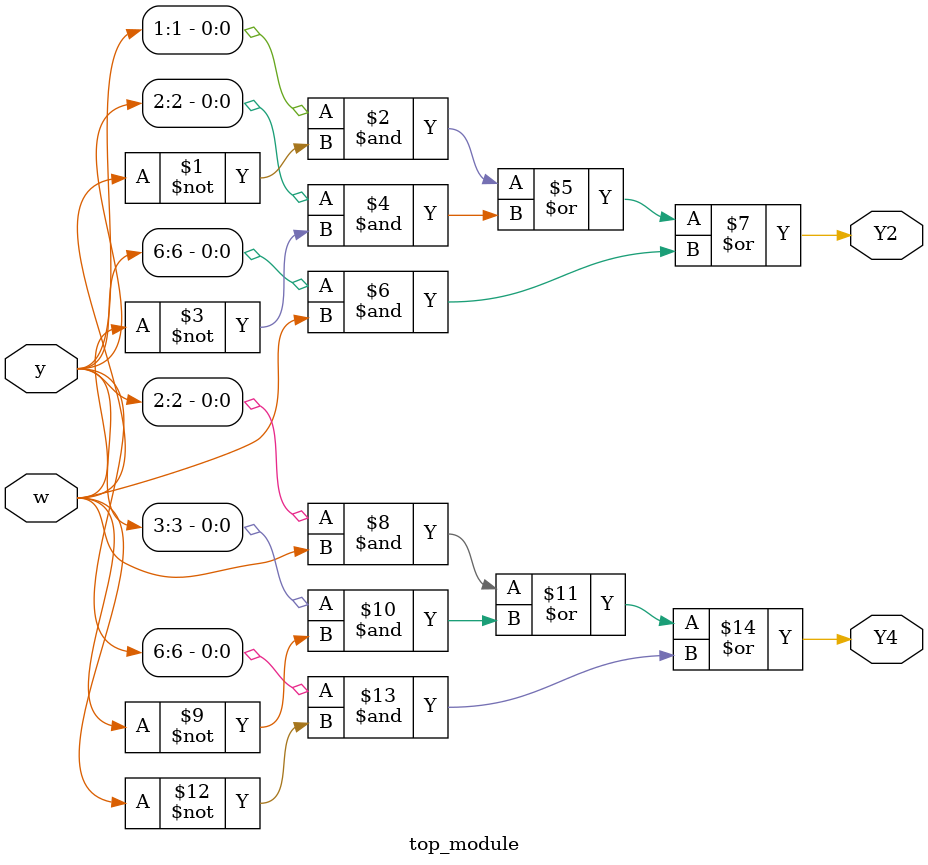
<source format=sv>
module top_module (
	input [6:1] y,
	input w,
	output Y2,
	output Y4
);
	
	assign Y2 = (y[1] & ~w) | (y[2] & ~w) | (y[6] & w);
	assign Y4 = (y[2] & w) | (y[3] & ~w) | (y[6] & ~w);

endmodule

</source>
